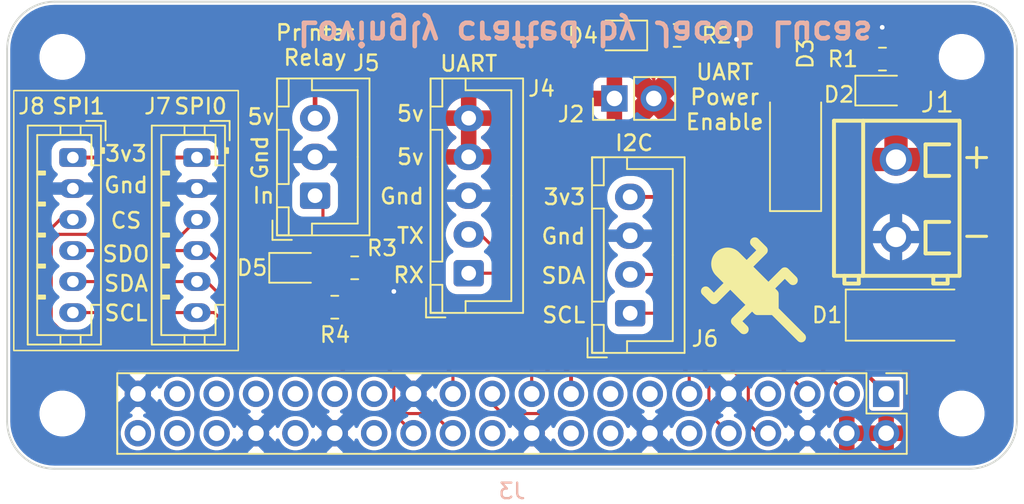
<source format=kicad_pcb>
(kicad_pcb (version 20241229) (generator "pcbnew") (generator_version "9.0")
  (layers (0 "F.Cu" signal) (2 "B.Cu" signal) (13 "F.Paste" user) (15 "B.Paste" user) (5 "F.SilkS" user "F.Silkscreen") (7 "B.SilkS" user "B.Silkscreen") (1 "F.Mask" user) (3 "B.Mask" user) (25 "Edge.Cuts" user))
  (net 0 "")
  (net 1 "+5V")
  (net 2 "Net-(D1-A)")
  (net 3 "/SPI_MOSI")
  (net 4 "GND")
  (net 5 "/UART_TXD")
  (net 6 "/UART_RXD")
  (net 7 "/SPI_SCLK")
  (net 8 "/P_RELAY")
  (net 9 "/SPI_MISO")
  (net 10 "+3V3")
  (net 11 "Net-(J2-Pin_1)")
  (net 12 "Net-(D4-K)")
  (net 13 "Net-(D5-K)")
  (net 14 "Net-(D2-K)")
  (net 15 "Net-(D3-A)")
  (net 19 "/SPI_CS1")
  (net 20 "/I2C_SDA")
  (net 28 "/I2C_SCL")
  (net 36 "/SPI_CS0")
  (net 38 "Net-(J5-Pin_1)")
  (footprint "Diode_SMD:D_SMA_Handsoldering" (layer "F.Cu") (at 111.125 45.72)
    (property "Reference" "D1" (at -5.715 0 0) (layer "F.SilkS"))
    (property "Value" "B340A-13-F" (hide yes))
    (pad "1" smd roundrect (at -2.5 0) (size 3.5 1.8) (layers "F.Cu" "F.Mask" "F.Paste") (roundrect_rratio 0.1388888889) (net 1 "+5V"))
    (pad "2" smd roundrect (at 2.5 0) (size 3.5 1.8) (layers "F.Cu" "F.Mask" "F.Paste") (roundrect_rratio 0.1388888889) (net 2 "Net-(D1-A)"))
  )
  (footprint "Connector_JST:JST_XH_B3B-XH-A_1x03_P2.50mm_Vertical" (layer "F.Cu") (at 72.39 38.02 90)
    (property "Reference" "J5" (at 8.556 3.302 180) (layer "F.SilkS"))
    (property "Value" "printerRelay" (hide yes))
    (pad "1" thru_hole roundrect (at 0 0 90) (size 1.7 1.95) (drill 0.95) (layers "*.Cu" "*.Mask") (roundrect_rratio 0.147059) (net 38 "Net-(J5-Pin_1)"))
    (pad "2" thru_hole oval (at 2.5 0 90) (size 1.7 1.95) (drill 0.95) (layers "*.Cu" "*.Mask") (net 4 "GND"))
    (pad "3" thru_hole oval (at 5 0 90) (size 1.7 1.95) (drill 0.95) (layers "*.Cu" "*.Mask") (net 1 "+5V"))
  )
  (footprint "Resistor_SMD:R_0805_2012Metric_Pad1.20x1.40mm_HandSolder" (layer "F.Cu") (at 74.946 42.672)
    (property "Reference" "R3" (at 1.762 -1.27 180) (layer "F.SilkS"))
    (property "Value" "1K" (hide yes))
    (pad "1" smd roundrect (at -1 0) (size 1.2 1.4) (layers "F.Cu" "F.Mask" "F.Paste") (roundrect_rratio 0.208333) (net 38 "Net-(J5-Pin_1)"))
    (pad "2" smd roundrect (at 1 0) (size 1.2 1.4) (layers "F.Cu" "F.Mask" "F.Paste") (roundrect_rratio 0.208333) (net 8 "/P_RELAY"))
  )
  (footprint "Connector_JST:JST_XH_B4B-XH-A_1x04_P2.50mm_Vertical" (layer "F.Cu") (at 92.71 45.6 90)
    (property "Reference" "J6" (at -1.644 4.826 0) (layer "F.SilkS"))
    (property "Value" "i2c" (hide yes))
    (pad "1" thru_hole roundrect (at 0 0 90) (size 1.7 1.95) (drill 0.95) (layers "*.Cu" "*.Mask") (roundrect_rratio 0.147059) (net 28 "/I2C_SCL"))
    (pad "2" thru_hole oval (at 2.5 0 90) (size 1.7 1.95) (drill 0.95) (layers "*.Cu" "*.Mask") (net 20 "/I2C_SDA"))
    (pad "3" thru_hole oval (at 5 0 90) (size 1.7 1.95) (drill 0.95) (layers "*.Cu" "*.Mask") (net 4 "GND"))
    (pad "4" thru_hole oval (at 7.5 0 90) (size 1.7 1.95) (drill 0.95) (layers "*.Cu" "*.Mask") (net 10 "+3V3"))
  )
  (footprint "Connector_PinHeader_2.54mm:PinHeader_1x02_P2.54mm_Vertical" (layer "F.Cu") (at 91.694 31.75 90)
    (property "Reference" "J2" (at -1.016 -2.794 180) (layer "F.SilkS"))
    (property "Value" "uartPower" (hide yes))
    (pad "1" thru_hole rect (at 0 0 90) (size 1.7 1.7) (drill 1) (layers "*.Cu" "*.Mask") (net 11 "Net-(J2-Pin_1)"))
    (pad "2" thru_hole circle (at 0 2.54 90) (size 1.7 1.7) (drill 1) (layers "*.Cu" "*.Mask") (net 15 "Net-(D3-A)"))
  )
  (footprint "Connector_JST:JST_XH_B5B-XH-A_1x05_P2.50mm_Vertical" (layer "F.Cu") (at 82.296 43.02 90)
    (property "Reference" "J4" (at 11.905 4.699 180) (layer "F.SilkS"))
    (property "Value" "UART" (hide yes))
    (pad "1" thru_hole roundrect (at 0 0 90) (size 1.7 1.95) (drill 0.95) (layers "*.Cu" "*.Mask") (roundrect_rratio 0.147059) (net 6 "/UART_RXD"))
    (pad "2" thru_hole oval (at 2.5 0 90) (size 1.7 1.95) (drill 0.95) (layers "*.Cu" "*.Mask") (net 5 "/UART_TXD"))
    (pad "3" thru_hole oval (at 5 0 90) (size 1.7 1.95) (drill 0.95) (layers "*.Cu" "*.Mask") (net 4 "GND"))
    (pad "4" thru_hole oval (at 7.5 0 90) (size 1.7 1.95) (drill 0.95) (layers "*.Cu" "*.Mask") (net 11 "Net-(J2-Pin_1)"))
    (pad "5" thru_hole oval (at 10 0 90) (size 1.7 1.95) (drill 0.95) (layers "*.Cu" "*.Mask") (net 11 "Net-(J2-Pin_1)"))
  )
  (footprint "LED_SMD:LED_0805_2012Metric" (layer "F.Cu") (at 71.12 42.672)
    (property "Reference" "D5" (at -2.794 0 0) (layer "F.SilkS"))
    (property "Value" "Green" (hide yes))
    (pad "1" smd roundrect (at -0.9375 0) (size 0.975 1.4) (layers "F.Cu" "F.Mask" "F.Paste") (net 13 "Net-(D5-K)"))
    (pad "2" smd roundrect (at 0.9375 0) (size 0.975 1.4) (layers "F.Cu" "F.Mask" "F.Paste") (net 8 "/P_RELAY"))
  )
  (footprint "Connector_JST:JST_PH_B6B-PH-K_1x06_P2.00mm_Vertical" (layer "F.Cu") (at 64.77 35.56 -90)
    (property "Reference" "J7" (at -3.302 2.54 0) (layer "F.SilkS"))
    (property "Value" "SPI0" (hide yes))
    (pad "1" thru_hole roundrect (at 0 0 270) (size 1.2 1.75) (drill 0.75) (layers "*.Cu" "*.Mask") (roundrect_rratio 0.208333) (net 10 "+3V3"))
    (pad "2" thru_hole oval (at 2 0 270) (size 1.2 1.75) (drill 0.75) (layers "*.Cu" "*.Mask") (net 4 "GND"))
    (pad "3" thru_hole oval (at 4 0 270) (size 1.2 1.75) (drill 0.75) (layers "*.Cu" "*.Mask") (net 36 "/SPI_CS0"))
    (pad "4" thru_hole oval (at 6 0 270) (size 1.2 1.75) (drill 0.75) (layers "*.Cu" "*.Mask") (net 9 "/SPI_MISO"))
    (pad "5" thru_hole oval (at 8 0 270) (size 1.2 1.75) (drill 0.75) (layers "*.Cu" "*.Mask") (net 3 "/SPI_MOSI"))
    (pad "6" thru_hole oval (at 10 0 270) (size 1.2 1.75) (drill 0.75) (layers "*.Cu" "*.Mask") (net 7 "/SPI_SCLK"))
  )
  (footprint "Resistor_SMD:R_0805_2012Metric_Pad1.20x1.40mm_HandSolder" (layer "F.Cu") (at 95.742 27.686)
    (property "Reference" "R2" (at 2.556 0 0) (layer "F.SilkS"))
    (property "Value" "150R" (hide yes))
    (pad "1" smd roundrect (at -1 0) (size 1.2 1.4) (layers "F.Cu" "F.Mask" "F.Paste") (roundrect_rratio 0.208333) (net 12 "Net-(D4-K)"))
    (pad "2" smd roundrect (at 1 0) (size 1.2 1.4) (layers "F.Cu" "F.Mask" "F.Paste") (roundrect_rratio 0.208333) (net 4 "GND"))
  )
  (footprint "Connector_JST:JST_PH_B6B-PH-K_1x06_P2.00mm_Vertical" (layer "F.Cu") (at 56.769 35.56 -90)
    (property "Reference" "J8" (at -3.302 2.667 0) (layer "F.SilkS"))
    (property "Value" "SPI1" (hide yes))
    (pad "1" thru_hole roundrect (at 0 0 270) (size 1.2 1.75) (drill 0.75) (layers "*.Cu" "*.Mask") (roundrect_rratio 0.208333) (net 10 "+3V3"))
    (pad "2" thru_hole oval (at 2 0 270) (size 1.2 1.75) (drill 0.75) (layers "*.Cu" "*.Mask") (net 4 "GND"))
    (pad "3" thru_hole oval (at 4 0 270) (size 1.2 1.75) (drill 0.75) (layers "*.Cu" "*.Mask") (net 19 "/SPI_CS1"))
    (pad "4" thru_hole oval (at 6 0 270) (size 1.2 1.75) (drill 0.75) (layers "*.Cu" "*.Mask") (net 9 "/SPI_MISO"))
    (pad "5" thru_hole oval (at 8 0 270) (size 1.2 1.75) (drill 0.75) (layers "*.Cu" "*.Mask") (net 3 "/SPI_MOSI"))
    (pad "6" thru_hole oval (at 10 0 270) (size 1.2 1.75) (drill 0.75) (layers "*.Cu" "*.Mask") (net 7 "/SPI_SCLK"))
  )
  (footprint "Resistor_SMD:R_0805_2012Metric_Pad1.20x1.40mm_HandSolder" (layer "F.Cu") (at 73.66 45.212 180)
    (property "Reference" "R4" (at -0.016 -1.778 0) (layer "F.SilkS"))
    (property "Value" "22R" (hide yes))
    (pad "1" smd roundrect (at -1 0 180) (size 1.2 1.4) (layers "F.Cu" "F.Mask" "F.Paste") (roundrect_rratio 0.208333) (net 4 "GND"))
    (pad "2" smd roundrect (at 1 0 180) (size 1.2 1.4) (layers "F.Cu" "F.Mask" "F.Paste") (roundrect_rratio 0.208333) (net 13 "Net-(D5-K)"))
  )
  (footprint "LED_SMD:LED_0805_2012Metric" (layer "F.Cu") (at 108.9175 31.242)
    (property "Reference" "D2" (at -2.7455 0.254 0) (layer "F.SilkS"))
    (property "Value" "Red" (hide yes))
    (pad "1" smd roundrect (at -0.9375 0) (size 0.975 1.4) (layers "F.Cu" "F.Mask" "F.Paste") (net 14 "Net-(D2-K)"))
    (pad "2" smd roundrect (at 0.9375 0) (size 0.975 1.4) (layers "F.Cu" "F.Mask" "F.Paste") (net 2 "Net-(D1-A)"))
  )
  (footprint "Diode_SMD:D_SMA_Handsoldering" (layer "F.Cu") (at 103.378 34.504 90)
    (property "Reference" "D3" (at 5.6365 0.635 90) (layer "F.SilkS"))
    (property "Value" "B340A-13-F" (hide yes))
    (pad "1" smd roundrect (at -2.5 0 90) (size 3.5 1.8) (layers "F.Cu" "F.Mask" "F.Paste") (roundrect_rratio 0.1388888889) (net 1 "+5V"))
    (pad "2" smd roundrect (at 2.5 0 90) (size 3.5 1.8) (layers "F.Cu" "F.Mask" "F.Paste") (roundrect_rratio 0.1388888889) (net 15 "Net-(D3-A)"))
  )
  (footprint "LED_SMD:LED_0805_2012Metric" (layer "F.Cu") (at 92.1235 27.686 180)
    (property "Reference" "D4" (at 2.4615 0 0) (layer "F.SilkS"))
    (property "Value" "Red" (hide yes))
    (pad "1" smd roundrect (at -0.9375 0 180) (size 0.975 1.4) (layers "F.Cu" "F.Mask" "F.Paste") (net 12 "Net-(D4-K)"))
    (pad "2" smd roundrect (at 0.9375 0 180) (size 0.975 1.4) (layers "F.Cu" "F.Mask" "F.Paste") (net 15 "Net-(D3-A)"))
  )
  (footprint "jacob-libs:TerminalBlock_MAX_MX127-5.0-02P_1x02_P5.00mm" (layer "F.Cu") (at 109.855 38.187 90)
    (property "Reference" "J1" (at 6.183 2.667 180) (layer "F.SilkS") (effects (font (size 1.27 1.27))))
    (property "Value" "powerIn" (hide yes))
    (pad "1" thru_hole oval (at -2.5 0 90) (size 2.1 2.1) (drill 1.3) (layers "*.Cu" "*.Mask") (net 4 "GND"))
    (pad "2" thru_hole oval (at 2.5 0 90) (size 2.1 2.1) (drill 1.3) (layers "*.Cu" "*.Mask") (net 2 "Net-(D1-A)"))
  )
  (footprint "Resistor_SMD:R_0805_2012Metric_Pad1.20x1.40mm_HandSolder" (layer "F.Cu") (at 108.982 29.21)
    (property "Reference" "R1" (at -2.556 0 180) (layer "F.SilkS"))
    (property "Value" "150R" (hide yes))
    (pad "1" smd roundrect (at -1 0) (size 1.2 1.4) (layers "F.Cu" "F.Mask" "F.Paste") (roundrect_rratio 0.208333) (net 14 "Net-(D2-K)"))
    (pad "2" smd roundrect (at 1 0) (size 1.2 1.4) (layers "F.Cu" "F.Mask" "F.Paste") (roundrect_rratio 0.208333) (net 4 "GND"))
  )
  (footprint "jacob-libs:RaspberryPi_Zero_BoardLayout" (layer "B.Cu") (at 109.22 50.8 90)
    (property "Reference" "J3" (at -6.27 -24.13 0) (layer "B.SilkS") (effects (justify mirror)))
    (property "Value" "Raspberry_Pi_2_3" (hide yes))
    (fp_line (start -1.77 -56.69) (end 22.23 -56.69) (stroke (width 0.12)) (layer "Edge.Cuts"))
    (fp_line (start 25.29 -53.63) (end 25.29 5.37) (stroke (width 0.12)) (layer "Edge.Cuts"))
    (fp_line (start -4.83 -53.63) (end -4.83 5.37) (stroke (width 0.12)) (layer "Edge.Cuts"))
    (fp_line (start -1.77 8.43) (end 22.23 8.43) (stroke (width 0.12)) (layer "Edge.Cuts"))
    (fp_arc (start 22.23 -56.69) (mid 24.393747 -55.793747) (end 25.29 -53.63) (stroke (width 0.12)) (layer "Edge.Cuts"))
    (fp_arc (start -4.83 -53.63) (mid -3.933747 -55.793747) (end -1.77 -56.69) (stroke (width 0.12)) (layer "Edge.Cuts"))
    (fp_arc (start 25.29 5.37) (mid 24.393747 7.533747) (end 22.23 8.43) (stroke (width 0.12)) (layer "Edge.Cuts"))
    (fp_arc (start -1.77 8.43) (mid -3.933747 7.533747) (end -4.83 5.37) (stroke (width 0.12)) (layer "Edge.Cuts"))
    (pad "" np_thru_hole circle (at -1.27 -53.13) (size 2.75 2.75) (drill 2.75) (layers "*.Cu" "*.Mask"))
    (pad "" np_thru_hole circle (at -1.27 4.87) (size 2.75 2.75) (drill 2.75) (layers "*.Cu" "*.Mask"))
    (pad "" np_thru_hole circle (at 21.73 -53.13) (size 2.75 2.75) (drill 2.75) (layers "*.Cu" "*.Mask"))
    (pad "" np_thru_hole circle (at 21.73 4.87) (size 2.75 2.75) (drill 2.75) (layers "*.Cu" "*.Mask"))
    (pad "1" thru_hole rect (at 0 0 90) (size 1.7 1.7) (drill 1) (layers "*.Cu" "*.Mask") (net 10 "+3V3"))
    (pad "2" thru_hole oval (at -2.54 0 90) (size 1.7 1.7) (drill 1) (layers "*.Cu" "*.Mask") (net 1 "+5V"))
    (pad "3" thru_hole oval (at 0 -2.54 90) (size 1.7 1.7) (drill 1) (layers "*.Cu" "*.Mask") (net 20 "/I2C_SDA"))
    (pad "4" thru_hole oval (at -2.54 -2.54 90) (size 1.7 1.7) (drill 1) (layers "*.Cu" "*.Mask") (net 1 "+5V"))
    (pad "5" thru_hole oval (at 0 -5.08 90) (size 1.7 1.7) (drill 1) (layers "*.Cu" "*.Mask") (net 28 "/I2C_SCL"))
    (pad "6" thru_hole oval (at -2.54 -5.08 90) (size 1.7 1.7) (drill 1) (layers "*.Cu" "*.Mask") (net 4 "GND"))
    (pad "7" thru_hole oval (at 0 -7.62 90) (size 1.7 1.7) (drill 1) (layers "*.Cu" "*.Mask"))
    (pad "8" thru_hole oval (at -2.54 -7.62 90) (size 1.7 1.7) (drill 1) (layers "*.Cu" "*.Mask") (net 5 "/UART_TXD"))
    (pad "9" thru_hole oval (at 0 -10.16 90) (size 1.7 1.7) (drill 1) (layers "*.Cu" "*.Mask") (net 4 "GND"))
    (pad "10" thru_hole oval (at -2.54 -10.16 90) (size 1.7 1.7) (drill 1) (layers "*.Cu" "*.Mask") (net 6 "/UART_RXD"))
    (pad "11" thru_hole oval (at 0 -12.7 90) (size 1.7 1.7) (drill 1) (layers "*.Cu" "*.Mask") (net 8 "/P_RELAY"))
    (pad "12" thru_hole oval (at -2.54 -12.7 90) (size 1.7 1.7) (drill 1) (layers "*.Cu" "*.Mask"))
    (pad "13" thru_hole oval (at 0 -15.24 90) (size 1.7 1.7) (drill 1) (layers "*.Cu" "*.Mask"))
    (pad "14" thru_hole oval (at -2.54 -15.24 90) (size 1.7 1.7) (drill 1) (layers "*.Cu" "*.Mask") (net 4 "GND"))
    (pad "15" thru_hole oval (at 0 -17.78 90) (size 1.7 1.7) (drill 1) (layers "*.Cu" "*.Mask"))
    (pad "16" thru_hole oval (at -2.54 -17.78 90) (size 1.7 1.7) (drill 1) (layers "*.Cu" "*.Mask"))
    (pad "17" thru_hole oval (at 0 -20.32 90) (size 1.7 1.7) (drill 1) (layers "*.Cu" "*.Mask") (net 10 "+3V3"))
    (pad "18" thru_hole oval (at -2.54 -20.32 90) (size 1.7 1.7) (drill 1) (layers "*.Cu" "*.Mask"))
    (pad "19" thru_hole oval (at 0 -22.86 90) (size 1.7 1.7) (drill 1) (layers "*.Cu" "*.Mask") (net 3 "/SPI_MOSI"))
    (pad "20" thru_hole oval (at -2.54 -22.86 90) (size 1.7 1.7) (drill 1) (layers "*.Cu" "*.Mask") (net 4 "GND"))
    (pad "21" thru_hole oval (at 0 -25.4 90) (size 1.7 1.7) (drill 1) (layers "*.Cu" "*.Mask") (net 9 "/SPI_MISO"))
    (pad "22" thru_hole oval (at -2.54 -25.4 90) (size 1.7 1.7) (drill 1) (layers "*.Cu" "*.Mask"))
    (pad "23" thru_hole oval (at 0 -27.94 90) (size 1.7 1.7) (drill 1) (layers "*.Cu" "*.Mask") (net 7 "/SPI_SCLK"))
    (pad "24" thru_hole oval (at -2.54 -27.94 90) (size 1.7 1.7) (drill 1) (layers "*.Cu" "*.Mask") (net 36 "/SPI_CS0"))
    (pad "25" thru_hole oval (at 0 -30.48 90) (size 1.7 1.7) (drill 1) (layers "*.Cu" "*.Mask") (net 4 "GND"))
    (pad "26" thru_hole oval (at -2.54 -30.48 90) (size 1.7 1.7) (drill 1) (layers "*.Cu" "*.Mask") (net 19 "/SPI_CS1"))
    (pad "27" thru_hole oval (at 0 -33.02 90) (size 1.7 1.7) (drill 1) (layers "*.Cu" "*.Mask"))
    (pad "28" thru_hole oval (at -2.54 -33.02 90) (size 1.7 1.7) (drill 1) (layers "*.Cu" "*.Mask"))
    (pad "29" thru_hole oval (at 0 -35.56 90) (size 1.7 1.7) (drill 1) (layers "*.Cu" "*.Mask"))
    (pad "30" thru_hole oval (at -2.54 -35.56 90) (size 1.7 1.7) (drill 1) (layers "*.Cu" "*.Mask") (net 4 "GND"))
    (pad "31" thru_hole oval (at 0 -38.1 90) (size 1.7 1.7) (drill 1) (layers "*.Cu" "*.Mask"))
    (pad "32" thru_hole oval (at -2.54 -38.1 90) (size 1.7 1.7) (drill 1) (layers "*.Cu" "*.Mask"))
    (pad "33" thru_hole oval (at 0 -40.64 90) (size 1.7 1.7) (drill 1) (layers "*.Cu" "*.Mask"))
    (pad "34" thru_hole oval (at -2.54 -40.64 90) (size 1.7 1.7) (drill 1) (layers "*.Cu" "*.Mask") (net 4 "GND"))
    (pad "35" thru_hole oval (at 0 -43.18 90) (size 1.7 1.7) (drill 1) (layers "*.Cu" "*.Mask"))
    (pad "36" thru_hole oval (at -2.54 -43.18 90) (size 1.7 1.7) (drill 1) (layers "*.Cu" "*.Mask"))
    (pad "37" thru_hole oval (at 0 -45.72 90) (size 1.7 1.7) (drill 1) (layers "*.Cu" "*.Mask"))
    (pad "38" thru_hole oval (at -2.54 -45.72 90) (size 1.7 1.7) (drill 1) (layers "*.Cu" "*.Mask"))
    (pad "39" thru_hole oval (at 0 -48.26 90) (size 1.7 1.7) (drill 1) (layers "*.Cu" "*.Mask") (net 4 "GND"))
    (pad "40" thru_hole oval (at -2.54 -48.26 90) (size 1.7 1.7) (drill 1) (layers "*.Cu" "*.Mask"))
  )
  (gr_line (start 115.692 35.56) (end 114.422 35.56) (stroke (width 0.2)) (layer "F.SilkS"))
  (gr_line (start 115.057 34.925) (end 115.057 36.195) (stroke (width 0.2)) (layer "F.SilkS"))
  (gr_rect (start 52.959 31.242) (end 67.437 48.006) (stroke (width 0.1)) (fill no) (layer "F.SilkS"))
  (gr_line (start 115.692 40.64) (end 114.422 40.64) (stroke (width 0.2)) (layer "F.SilkS"))
  (gr_poly (pts (xy 100.735203 40.706355) (xy 100.720462 40.707411) (xy 100.705775 40.709172) (xy 100.69117 40.711637) (xy 100.676674 40.714807) (xy 100.662316 40.718681) (xy 100.648123 40.723259) (xy 100.63412 40.728543) (xy 100.620337 40.73453) (xy 100.606799 40.741223) (xy 100.593536 40.74862) (xy 100.580573 40.756721) (xy 100.567939 40.765527) (xy 100.555661 40.775038) (xy 100.543766 40.785253) (xy 100.532281 40.796173) (xy 100.521361 40.807661) (xy 100.511146 40.81956) (xy 100.501635 40.831841) (xy 100.492829 40.844478) (xy 100.484728 40.857443) (xy 100.477331 40.870708) (xy 100.470639 40.884247) (xy 100.464651 40.898033) (xy 100.459368 40.912037) (xy 100.454789 40.926232) (xy 100.450915 40.940591) (xy 100.447745 40.955087) (xy 100.44528 40.969693) (xy 100.443519 40.98438) (xy 100.442463 40.999122) (xy 100.442111 41.013891) (xy 100.442464 41.02866) (xy 100.443521 41.043402) (xy 100.445283 41.058089) (xy 100.447749 41.072694) (xy 100.450919 41.08719) (xy 100.454794 41.101548) (xy 100.459373 41.115743) (xy 100.464657 41.129746) (xy 100.470645 41.14353) (xy 100.477337 41.157068) (xy 100.484733 41.170333) (xy 100.492834 41.183296) (xy 100.50164 41.195931) (xy 100.511149 41.208211) (xy 100.521363 41.220108) (xy 100.532281 41.231594) (xy 100.842354 41.541627) (xy 100.222186 42.161837) (xy 99.73615 41.675841) (xy 99.698058 41.639557) (xy 99.658499 41.605399) (xy 99.617545 41.573397) (xy 99.575266 41.543581) (xy 99.531734 41.515979) (xy 99.487021 41.490623) (xy 99.441199 41.467541) (xy 99.394339 41.446762) (xy 99.346512 41.428317) (xy 99.29779 41.412235) (xy 99.248245 41.398546) (xy 99.197949 41.387278) (xy 99.146972 41.378462) (xy 99.095386 41.372127) (xy 99.043263 41.368303) (xy 98.990675 41.367019) (xy 98.938083 41.368303) (xy 98.885956 41.372126) (xy 98.834367 41.37846) (xy 98.783386 41.387275) (xy 98.733086 41.398541) (xy 98.683538 41.41223) (xy 98.634813 41.428311) (xy 98.586983 41.446755) (xy 98.54012 41.467532) (xy 98.494295 41.490614) (xy 98.44958 41.51597) (xy 98.406047 41.543572) (xy 98.363767 41.573389) (xy 98.322811 41.605393) (xy 98.283251 41.639553) (xy 98.245159 41.675841) (xy 98.207827 41.715119) (xy 98.172903 41.755813) (xy 98.140388 41.797829) (xy 98.110281 41.841071) (xy 98.082583 41.885446) (xy 98.057293 41.93086) (xy 98.034412 41.977217) (xy 98.013939 42.024424) (xy 97.995875 42.072386) (xy 97.980219 42.121008) (xy 97.966972 42.170197) (xy 97.956134 42.219858) (xy 97.947704 42.269896) (xy 97.941683 42.320217) (xy 97.93807 42.370727) (xy 97.936866 42.421332) (xy 97.93807 42.471936) (xy 97.941683 42.522445) (xy 97.947704 42.572766) (xy 97.956134 42.622803) (xy 97.966972 42.672463) (xy 97.980219 42.72165) (xy 97.995875 42.770271) (xy 98.013939 42.818232) (xy 98.034412 42.865436) (xy 98.057293 42.911791) (xy 98.082583 42.957202) (xy 98.110281 43.001575) (xy 98.140388 43.044814) (xy 98.172903 43.086826) (xy 98.207827 43.127517) (xy 98.245159 43.166791) (xy 98.731196 43.652807) (xy 98.111028 44.273015) (xy 97.800912 43.962943) (xy 97.789426 43.952021) (xy 97.777529 43.941804) (xy 97.765249 43.932291) (xy 97.752613 43.923483) (xy 97.73965 43.91538) (xy 97.726385 43.907981) (xy 97.712846 43.901287) (xy 97.699062 43.895298) (xy 97.685058 43.890013) (xy 97.670863 43.885432) (xy 97.656504 43.881557) (xy 97.642008 43.878386) (xy 97.627403 43.875919) (xy 97.612716 43.874157) (xy 97.597974 43.8731) (xy 97.583204 43.872747) (xy 97.568435 43.873099) (xy 97.553693 43.874155) (xy 97.539006 43.875916) (xy 97.524401 43.878382) (xy 97.509906 43.881552) (xy 97.495548 43.885426) (xy 97.481353 43.890005) (xy 97.467351 43.895289) (xy 97.453567 43.901277) (xy 97.44003 43.90797) (xy 97.426766 43.915367) (xy 97.413804 43.923469) (xy 97.401169 43.932276) (xy 97.388891 43.941787) (xy 97.376996 43.952002) (xy 97.365511 43.962922) (xy 97.35459 43.974408) (xy 97.344372 43.986305) (xy 97.33486 43.998584) (xy 97.326052 44.011219) (xy 97.317949 44.024182) (xy 97.31055 44.037446) (xy 97.303857 44.050983) (xy 97.297867 44.064767) (xy 97.292583 44.078769) (xy 97.288003 44.092961) (xy 97.284128 44.107319) (xy 97.280958 44.121813) (xy 97.278492 44.136417) (xy 97.276731 44.151103) (xy 97.275675 44.165843) (xy 97.275324 44.180611) (xy 97.275677 44.195379) (xy 97.276735 44.210119) (xy 97.278498 44.224805) (xy 97.280966 44.239409) (xy 97.284138 44.253903) (xy 97.288015 44.268261) (xy 97.292597 44.282454) (xy 97.297884 44.296457) (xy 97.303876 44.31024) (xy 97.310572 44.323777) (xy 97.317974 44.337041) (xy 97.32608 44.350004) (xy 97.334891 44.362639) (xy 97.344406 44.374918) (xy 97.354627 44.386815) (xy 97.365552 44.398301) (xy 97.893357 44.926106) (xy 97.904417 44.936634) (xy 97.915933 44.946558) (xy 97.927883 44.955869) (xy 97.940239 44.964556) (xy 97.952977 44.972608) (xy 97.966072 44.980015) (xy 97.979498 44.986766) (xy 97.99323 44.992852) (xy 98.007243 44.99826) (xy 98.021511 45.002982) (xy 98.036009 45.007006) (xy 98.050712 45.010321) (xy 98.065595 45.012919) (xy 98.080632 45.014787) (xy 98.095798 45.015915) (xy 98.111068 45.016294) (xy 98.12633 45.015922) (xy 98.141489 45.014799) (xy 98.15652 45.012934) (xy 98.171397 45.010339) (xy 98.186095 45.007024) (xy 98.200589 45.003) (xy 98.214853 44.998277) (xy 98.228862 44.992867) (xy 98.242592 44.98678) (xy 98.256016 44.980026) (xy 98.26911 44.972616) (xy 98.281848 44.964562) (xy 98.294205 44.955873) (xy 98.306156 44.94656) (xy 98.317675 44.936634) (xy 98.328738 44.926106) (xy 99.166617 44.088228) (xy 100.138669 45.06028) (xy 99.30079 45.898159) (xy 99.289875 45.909647) (xy 99.279665 45.921546) (xy 99.270158 45.933827) (xy 99.261355 45.946463) (xy 99.253256 45.959428) (xy 99.245861 45.972693) (xy 99.23917 45.986231) (xy 99.233183 46.000016) (xy 99.2279 46.014019) (xy 99.223321 46.028213) (xy 99.219446 46.042572) (xy 99.216276 46.057067) (xy 99.213809 46.071671) (xy 99.212047 46.086358) (xy 99.210989 46.101099) (xy 99.210636 46.115867) (xy 99.210986 46.130635) (xy 99.212042 46.145376) (xy 99.213801 46.160062) (xy 99.216265 46.174666) (xy 99.219433 46.189161) (xy 99.223306 46.203519) (xy 99.227884 46.217713) (xy 99.233166 46.231715) (xy 99.239152 46.245498) (xy 99.245843 46.259036) (xy 99.253239 46.2723) (xy 99.26134 46.285263) (xy 99.270145 46.297898) (xy 99.279655 46.310177) (xy 99.28987 46.322074) (xy 99.30079 46.33356) (xy 99.828534 46.861365) (xy 99.840024 46.872285) (xy 99.851924 46.882501) (xy 99.864206 46.892012) (xy 99.876844 46.900819) (xy 99.88981 46.908922) (xy 99.903076 46.91632) (xy 99.916615 46.923014) (xy 99.9304 46.929004) (xy 99.944403 46.934288) (xy 99.958598 46.938869) (xy 99.972956 46.942744) (xy 99.987451 46.945915) (xy 100.002054 46.948382) (xy 100.016739 46.950144) (xy 100.031478 46.951201) (xy 100.046244 46.951553) (xy 100.06101 46.951201) (xy 100.075749 46.950145) (xy 100.090433 46.948384) (xy 100.105035 46.945919) (xy 100.119528 46.942749) (xy 100.133884 46.938875) (xy 100.148077 46.934297) (xy 100.162078 46.929014) (xy 100.175861 46.923026) (xy 100.189399 46.916334) (xy 100.202663 46.908938) (xy 100.215627 46.900837) (xy 100.228264 46.892031) (xy 100.240545 46.882521) (xy 100.252445 46.872306) (xy 100.263935 46.861386) (xy 100.274853 46.849899) (xy 100.285067 46.838003) (xy 100.294577 46.825723) (xy 100.303382 46.813087) (xy 100.311484 46.800123) (xy 100.318881 46.786858) (xy 100.325574 46.77332) (xy 100.331562 46.759535) (xy 100.336847 46.745532) (xy 100.341427 46.731337) (xy 100.345303 46.716977) (xy 100.348474 46.702482) (xy 100.350941 46.687876) (xy 100.352704 46.673189) (xy 100.353763 46.658447) (xy 100.354117 46.643678) (xy 100.353767 46.628908) (xy 100.352712 46.614167) (xy 100.350953 46.59948) (xy 100.348489 46.584875) (xy 100.345321 46.570379) (xy 100.341449 46.556021) (xy 100.336872 46.541827) (xy 100.331591 46.527824) (xy 100.325605 46.51404) (xy 100.318914 46.500503) (xy 100.311519 46.487239) (xy 100.30342 46.474277) (xy 100.294615 46.461643) (xy 100.285107 46.449365) (xy 100.274893 46.437469) (xy 100.263975 46.425985) (xy 99.953881 46.11589) (xy 100.57407 45.495701) (xy 100.708201 45.629833) (xy 100.719261 45.640361) (xy 100.730777 45.650285) (xy 100.742727 45.659595) (xy 100.755083 45.66828) (xy 100.767821 45.676331) (xy 100.780915 45.683737) (xy 100.794341 45.690487) (xy 100.808072 45.696571) (xy 100.822083 45.701979) (xy 100.83635 45.7067) (xy 100.850847 45.710723) (xy 100.865548 45.71404) (xy 100.880428 45.716638) (xy 100.895463 45.718508) (xy 100.910626 45.719639) (xy 100.925892 45.720021) (xy 101.854 45.72) (xy 103.523067 47.38915) (xy 103.53455 47.40007) (xy 103.546444 47.410285) (xy 103.558723 47.419795) (xy 103.571357 47.428601) (xy 103.58432 47.436702) (xy 103.597585 47.444099) (xy 103.611123 47.45079) (xy 103.624908 47.456778) (xy 103.638911 47.462061) (xy 103.653106 47.466639) (xy 103.667465 47.470513) (xy 103.681961 47.473682) (xy 103.696565 47.476148) (xy 103.711251 47.477908) (xy 103.725991 47.478965) (xy 103.740757 47.479317) (xy 103.755527 47.478965) (xy 103.77027 47.477908) (xy 103.784958 47.476148) (xy 103.799565 47.473683) (xy 103.814062 47.470514) (xy 103.828422 47.46664) (xy 103.842618 47.462062) (xy 103.856622 47.45678) (xy 103.870406 47.450794) (xy 103.883944 47.444103) (xy 103.897207 47.436709) (xy 103.910169 47.428609) (xy 103.922801 47.419806) (xy 103.935077 47.410298) (xy 103.946968 47.400086) (xy 103.958447 47.38917) (xy 103.969369 47.377681) (xy 103.979586 47.365783) (xy 103.989099 47.353501) (xy 103.997907 47.340865) (xy 104.00601 47.3279) (xy 104.013409 47.314634) (xy 104.020103 47.301095) (xy 104.026092 47.28731) (xy 104.031377 47.273306) (xy 104.035957 47.259111) (xy 104.039832 47.244751) (xy 104.043003 47.230255) (xy 104.045469 47.21565) (xy 104.047231 47.200963) (xy 104.048288 47.186221) (xy 104.04864 47.171451) (xy 104.048288 47.156682) (xy 104.047231 47.14194) (xy 104.045469 47.127253) (xy 104.043003 47.112648) (xy 104.039832 47.098153) (xy 104.035957 47.083794) (xy 104.031377 47.0696) (xy 104.026092 47.055597) (xy 104.020103 47.041813) (xy 104.013409 47.028275) (xy 104.00601 47.01501) (xy 103.997907 47.002047) (xy 103.989099 46.989411) (xy 103.979586 46.977132) (xy 103.969369 46.965235) (xy 103.958447 46.953749) (xy 102.289359 45.28464) (xy 102.289359 44.356594) (xy 102.288985 44.341328) (xy 102.287859 44.326166) (xy 102.285994 44.311133) (xy 102.283399 44.296253) (xy 102.280084 44.281554) (xy 102.276062 44.267058) (xy 102.271341 44.252793) (xy 102.265933 44.238782) (xy 102.259847 44.225051) (xy 102.253095 44.211626) (xy 102.245687 44.198532) (xy 102.237633 44.185794) (xy 102.228944 44.173436) (xy 102.219631 44.161486) (xy 102.209703 44.149966) (xy 102.199172 44.138904) (xy 102.065019 44.004731) (xy 102.685208 43.384522) (xy 102.995282 43.694617) (xy 103.006769 43.705538) (xy 103.018666 43.715755) (xy 103.030946 43.725267) (xy 103.043581 43.734075) (xy 103.056545 43.742178) (xy 103.06981 43.749576) (xy 103.083348 43.756269) (xy 103.097133 43.762258) (xy 103.111137 43.767542) (xy 103.125332 43.772122) (xy 103.139691 43.775997) (xy 103.154187 43.779167) (xy 103.168792 43.781632) (xy 103.183479 43.783393) (xy 103.198221 43.78445) (xy 103.21299 43.784802) (xy 103.22776 43.784449) (xy 103.242501 43.783392) (xy 103.257188 43.78163) (xy 103.271793 43.779163) (xy 103.286289 43.775992) (xy 103.300647 43.772117) (xy 103.314841 43.767537) (xy 103.328844 43.762252) (xy 103.342627 43.756264) (xy 103.356165 43.74957) (xy 103.369428 43.742172) (xy 103.382391 43.73407) (xy 103.395025 43.725263) (xy 103.407303 43.715752) (xy 103.419198 43.705536) (xy 103.430683 43.694617) (xy 103.441603 43.68313) (xy 103.451818 43.671233) (xy 103.461329 43.658954) (xy 103.470136 43.646318) (xy 103.478238 43.633355) (xy 103.485635 43.620091) (xy 103.492328 43.606553) (xy 103.498316 43.592769) (xy 103.5036 43.578766) (xy 103.508179 43.564571) (xy 103.512054 43.550213) (xy 103.515224 43.535718) (xy 103.51769 43.521113) (xy 103.519451 43.506426) (xy 103.520508 43.491685) (xy 103.52086 43.476916) (xy 103.520508 43.462147) (xy 103.519451 43.447406) (xy 103.51769 43.432719) (xy 103.515224 43.418115) (xy 103.512054 43.403619) (xy 103.508179 43.389261) (xy 103.5036 43.375067) (xy 103.498316 43.361064) (xy 103.492328 43.34728) (xy 103.485635 43.333742) (xy 103.478238 43.320477) (xy 103.470136 43.307514) (xy 103.461329 43.294879) (xy 103.451818 43.282599) (xy 103.441603 43.270702) (xy 103.430683 43.259216) (xy 102.902878 42.731411) (xy 102.891819 42.720883) (xy 102.880303 42.710958) (xy 102.868355 42.701648) (xy 102.856 42.692961) (xy 102.843263 42.684909) (xy 102.830171 42.677502) (xy 102.816747 42.67075) (xy 102.803018 42.664665) (xy 102.789008 42.659257) (xy 102.774743 42.654535) (xy 102.760248 42.650511) (xy 102.745548 42.647195) (xy 102.730669 42.644598) (xy 102.715636 42.64273) (xy 102.700474 42.641601) (xy 102.685208 42.641223) (xy 102.669942 42.641605) (xy 102.654779 42.642736) (xy 102.639745 42.644606) (xy 102.624864 42.647204) (xy 102.610163 42.65052) (xy 102.595666 42.654544) (xy 102.581398 42.659265) (xy 102.567386 42.664673) (xy 102.553654 42.670757) (xy 102.540227 42.677507) (xy 102.527131 42.684913) (xy 102.514391 42.692964) (xy 102.502032 42.701649) (xy 102.49008 42.710959) (xy 102.47856 42.720883) (xy 102.467498 42.731411) (xy 101.629598 43.56929) (xy 100.657587 42.597237) (xy 101.495466 41.759338) (xy 101.505993 41.748275) (xy 101.515917 41.736756) (xy 101.525227 41.724805) (xy 101.533912 41.712448) (xy 101.541963 41.699709) (xy 101.549368 41.686615) (xy 101.556117 41.67319) (xy 101.562201 41.65946) (xy 101.567607 41.645449) (xy 101.572327 41.631183) (xy 101.576349 41.616688) (xy 101.579664 41.601988) (xy 101.582259 41.587109) (xy 101.584127 41.572076) (xy 101.585255 41.556913) (xy 101.585633 41.541648) (xy 101.585255 41.526374) (xy 101.584127 41.511206) (xy 101.58226 41.496167) (xy 101.579664 41.481283) (xy 101.57635 41.466579) (xy 101.572328 41.452081) (xy 101.567609 41.437812) (xy 101.562203 41.4238) (xy 101.556121 41.410068) (xy 101.549373 41.396641) (xy 101.541969 41.383546) (xy 101.533921 41.370807) (xy 101.525238 41.35845) (xy 101.51593 41.346498) (xy 101.50601 41.334979) (xy 101.495486 41.323916) (xy 100.967681 40.796173) (xy 100.956194 40.785255) (xy 100.944297 40.775041) (xy 100.932017 40.765531) (xy 100.919382 40.756726) (xy 100.906418 40.748625) (xy 100.893153 40.741229) (xy 100.879615 40.734536) (xy 100.86583 40.728548) (xy 100.851826 40.723265) (xy 100.837631 40.718686) (xy 100.823272 40.714811) (xy 100.808776 40.711641) (xy 100.794171 40.709175) (xy 100.779484 40.707413) (xy 100.764742 40.706356) (xy 100.749973 40.706003)) (fill yes) (layer "F.SilkS"))
  (gr_text "In\n" (at 69.862 38.013 0) (layer "F.SilkS") (effects (font (size 1 1) (thickness 0.16)) (justify right)))
  (gr_text "SDO" (at 60.198 41.783 0) (layer "F.SilkS") (effects (font (size 1 1) (thickness 0.16))))
  (gr_text "3v3" (at 89.916 38.1 0) (layer "F.SilkS") (effects (font (size 1 1) (thickness 0.16)) (justify right)))
  (gr_text "RX" (at 79.502 43.14 0) (layer "F.SilkS") (effects (font (size 1 1) (thickness 0.16)) (justify right)))
  (gr_text "5v" (at 79.502 35.52 0) (layer "F.SilkS") (effects (font (size 1 1) (thickness 0.16)) (justify right)))
  (gr_text "SDA" (at 89.916 43.18 0) (layer "F.SilkS") (effects (font (size 1 1) (thickness 0.16)) (justify right)))
  (gr_text "SDA" (at 60.198 43.688 0) (layer "F.SilkS") (effects (font (size 1 1) (thickness 0.16))))
  (gr_text "SPI1" (at 58.928 32.258 0) (layer "F.SilkS") (effects (font (size 1 1) (thickness 0.16)) (justify right)))
  (gr_text "SPI0" (at 66.802 32.258 0) (layer "F.SilkS") (effects (font (size 1 1) (thickness 0.16)) (justify right)))
  (gr_text "SCL" (at 89.916 45.72 0) (layer "F.SilkS") (effects (font (size 1 1) (thickness 0.16)) (justify right)))
  (gr_text "I2C" (at 92.964 34.036 0) (layer "F.SilkS") (effects (font (size 1 1) (thickness 0.16)) (justify top)))
  (gr_text "Gnd" (at 68.834 35.56 90) (layer "F.SilkS") (effects (font (size 1 1) (thickness 0.16))))
  (gr_text "Gnd" (at 60.198 37.338 0) (layer "F.SilkS") (effects (font (size 1 1) (thickness 0.16))))
  (gr_text "Gnd" (at 89.916 40.64 0) (layer "F.SilkS") (effects (font (size 1 1) (thickness 0.16)) (justify right)))
  (gr_text "5v" (at 79.502 32.726 0) (layer "F.SilkS") (effects (font (size 1 1) (thickness 0.16)) (justify right)))
  (gr_text "Printer\nRelay" (at 72.39 26.924 0) (layer "F.SilkS") (effects (font (size 1 1) (thickness 0.16)) (justify top)))
  (gr_text "UART\nPower\nEnable" (at 98.806 29.464 0) (layer "F.SilkS") (effects (font (size 1 1) (thickness 0.16)) (justify top)))
  (gr_text "UART" (at 82.296 28.916 0) (layer "F.SilkS") (effects (font (size 1 1) (thickness 0.16)) (justify top)))
  (gr_text "3v3" (at 60.198 35.306 0) (layer "F.SilkS") (effects (font (size 1 1) (thickness 0.16))))
  (gr_text "SCL" (at 60.198 45.593 0) (layer "F.SilkS") (effects (font (size 1 1) (thickness 0.16))))
  (gr_text "5v" (at 69.862 32.933 0) (layer "F.SilkS") (effects (font (size 1 1) (thickness 0.16)) (justify right)))
  (gr_text "TX" (at 79.502 40.6 0) (layer "F.SilkS") (effects (font (size 1 1) (thickness 0.16)) (justify right)))
  (gr_text "CS" (at 60.198 39.624 0) (layer "F.SilkS") (effects (font (size 1 1) (thickness 0.16))))
  (gr_text "Gnd" (at 79.502 38.06 0) (layer "F.SilkS") (effects (font (size 1 1) (thickness 0.16)) (justify right)))
  (gr_text "Lovingly crafted by Jacob Lucas" (at 71.12 26.67 180) (layer "B.SilkS") (effects (font (size 1.5 1.5) (thickness 0.3) (bold yes)) (justify left bottom mirror)))
  (segment (start 76.454 26.416) (end 103.886 26.416) (width 0.3) (layer "F.Cu") (net 1))
  (segment (start 106.172 28.702) (end 106.172 35.56) (width 0.3) (layer "F.Cu") (net 1))
  (segment (start 72.39 30.48) (end 76.454 26.416) (width 0.3) (layer "F.Cu") (net 1))
  (segment (start 104.728 37.004) (end 103.378 37.004) (width 0.3) (layer "F.Cu") (net 1))
  (segment (start 103.886 26.416) (end 106.172 28.702) (width 0.3) (layer "F.Cu") (net 1))
  (segment (start 72.39 33.02) (end 72.39 30.48) (width 0.3) (layer "F.Cu") (net 1))
  (segment (start 106.172 35.56) (end 104.728 37.004) (width 0.3) (layer "F.Cu") (net 1))
  (segment (start 109.855 31.115) (end 109.855 35.64) (width 0.3) (layer "F.Cu") (net 2))
  (segment (start 86.36 50.8) (end 86.36 49.262209) (width 0.2) (layer "F.Cu") (net 3))
  (segment (start 86.36 49.262209) (end 84.488791 47.391) (width 0.2) (layer "F.Cu") (net 3))
  (segment (start 65.404 43.56) (end 56.769 43.56) (width 0.2) (layer "F.Cu") (net 3))
  (segment (start 69.235 47.391) (end 65.404 43.56) (width 0.2) (layer "F.Cu") (net 3))
  (segment (start 84.488791 47.391) (end 69.235 47.391) (width 0.2) (layer "F.Cu") (net 3))
  (segment (start 74.66 45.212) (end 76.454 45.212) (width 0.3) (layer "F.Cu") (net 4))
  (segment (start 76.454 45.212) (end 77.47 44.196) (width 0.3) (layer "F.Cu") (net 4))
  (segment (start 109.95 29.194) (end 109.95 28.146) (width 0.3) (layer "F.Cu") (net 4))
  (segment (start 96.742 27.686) (end 99.314 27.686) (width 0.3) (layer "F.Cu") (net 4))
  (segment (start 109.95 28.146) (end 108.966 27.162) (width 0.3) (layer "F.Cu") (net 4))
  (segment (start 99.314 27.686) (end 99.568 27.94) (width 0.3) (layer "F.Cu") (net 4))
  (via (at 77.47 44.196) (size 0.8) (drill 0.3) (layers "F.Cu" "B.Cu") (net 4))
  (via (at 99.568 27.94) (size 0.8) (drill 0.3) (layers "F.Cu" "B.Cu") (net 4))
  (via (at 108.966 27.162) (size 0.8) (drill 0.3) (layers "F.Cu" "B.Cu") (net 4))
  (segment (start 100.96 53.34) (end 100.33 52.71) (width 0.2) (layer "F.Cu") (net 5))
  (segment (start 90.765 48.22) (end 83.065 40.52) (width 0.2) (layer "F.Cu") (net 5))
  (segment (start 83.065 40.52) (end 82.296 40.52) (width 0.2) (layer "F.Cu") (net 5))
  (segment (start 100.33 52.71) (end 100.33 50.292) (width 0.2) (layer "F.Cu") (net 5))
  (segment (start 100.33 50.292) (end 98.258 48.22) (width 0.2) (layer "F.Cu") (net 5))
  (segment (start 98.258 48.22) (end 90.765 48.22) (width 0.2) (layer "F.Cu") (net 5))
  (segment (start 97.79 52.07) (end 99.06 53.34) (width 0.2) (layer "F.Cu") (net 6))
  (segment (start 89.916 48.621) (end 96.881 48.621) (width 0.2) (layer "F.Cu") (net 6))
  (segment (start 82.296 43.02) (end 84.315 43.02) (width 0.2) (layer "F.Cu") (net 6))
  (segment (start 97.79 49.53) (end 97.79 52.07) (width 0.2) (layer "F.Cu") (net 6))
  (segment (start 84.315 43.02) (end 89.916 48.621) (width 0.2) (layer "F.Cu") (net 6))
  (segment (start 96.881 48.621) (end 97.79 49.53) (width 0.2) (layer "F.Cu") (net 6))
  (segment (start 79.542 47.792) (end 68.112 47.792) (width 0.2) (layer "F.Cu") (net 7))
  (segment (start 64.77 45.56) (end 56.769 45.56) (width 0.2) (layer "F.Cu") (net 7))
  (segment (start 68.112 47.792) (end 65.88 45.56) (width 0.2) (layer "F.Cu") (net 7))
  (segment (start 65.88 45.56) (end 64.77 45.56) (width 0.2) (layer "F.Cu") (net 7))
  (segment (start 81.28 49.53) (end 79.542 47.792) (width 0.2) (layer "F.Cu") (net 7))
  (segment (start 81.28 50.8) (end 81.28 49.53) (width 0.2) (layer "F.Cu") (net 7))
  (segment (start 72.39 43.942) (end 75.562755 43.942) (width 0.2) (layer "F.Cu") (net 8))
  (segment (start 75.946 42.672) (end 77.978 42.672) (width 0.2) (layer "F.Cu") (net 8))
  (segment (start 77.978 42.672) (end 81.444 46.138) (width 0.2) (layer "F.Cu") (net 8))
  (segment (start 96.52 49.53) (end 96.52 50.8) (width 0.2) (layer "F.Cu") (net 8))
  (segment (start 72.0575 42.672) (end 72.0575 43.6095) (width 0.2) (layer "F.Cu") (net 8))
  (segment (start 75.946 43.558755) (end 75.946 42.672) (width 0.2) (layer "F.Cu") (net 8))
  (segment (start 75.562755 43.942) (end 75.946 43.558755) (width 0.2) (layer "F.Cu") (net 8))
  (segment (start 96.012 49.022) (end 96.52 49.53) (width 0.2) (layer "F.Cu") (net 8))
  (segment (start 72.0575 43.6095) (end 72.39 43.942) (width 0.2) (layer "F.Cu") (net 8))
  (segment (start 81.444 46.138) (end 86.077909 46.138) (width 0.2) (layer "F.Cu") (net 8))
  (segment (start 88.961908 49.022) (end 96.012 49.022) (width 0.2) (layer "F.Cu") (net 8))
  (segment (start 86.077909 46.138) (end 88.961908 49.022) (width 0.2) (layer "F.Cu") (net 8))
  (segment (start 87.63 49.53) (end 85.09 46.99) (width 0.2) (layer "F.Cu") (net 9))
  (segment (start 70.866 46.99) (end 65.436 41.56) (width 0.2) (layer "F.Cu") (net 9))
  (segment (start 65.436 41.56) (end 56.769 41.56) (width 0.2) (layer "F.Cu") (net 9))
  (segment (start 87.63 51.435) (end 87.63 49.53) (width 0.2) (layer "F.Cu") (net 9))
  (segment (start 84.45 52.07) (end 86.995 52.07) (width 0.2) (layer "F.Cu") (net 9))
  (segment (start 85.09 46.99) (end 70.866 46.99) (width 0.2) (layer "F.Cu") (net 9))
  (segment (start 83.18 50.8) (end 84.45 52.07) (width 0.2) (layer "F.Cu") (net 9))
  (segment (start 86.995 52.07) (end 87.63 51.435) (width 0.2) (layer "F.Cu") (net 9))
  (segment (start 64.77 35.56) (end 66.294 35.56) (width 0.25) (layer "F.Cu") (net 10))
  (segment (start 107.696 49.276) (end 106.426 49.276) (width 0.25) (layer "F.Cu") (net 10))
  (segment (start 64.77 35.56) (end 56.769 35.56) (width 0.25) (layer "F.Cu") (net 10))
  (segment (start 66.294 35.56) (end 67.056 36.322) (width 0.25) (layer "F.Cu") (net 10))
  (segment (start 67.056 36.322) (end 67.056 41.656) (width 0.25) (layer "F.Cu") (net 10))
  (segment (start 109.22 50.8) (end 107.696 49.276) (width 0.25) (layer "F.Cu") (net 10))
  (segment (start 71.964 46.564) (end 85.901454 46.564) (width 0.25) (layer "F.Cu") (net 10))
  (segment (start 95.25 38.1) (end 92.71 38.1) (width 0.25) (layer "F.Cu") (net 10))
  (segment (start 106.426 49.276) (end 95.25 38.1) (width 0.25) (layer "F.Cu") (net 10))
  (segment (start 67.056 41.656) (end 71.964 46.564) (width 0.25) (layer "F.Cu") (net 10))
  (segment (start 85.901454 46.564) (end 88.9 49.562546) (width 0.25) (layer "F.Cu") (net 10))
  (segment (start 88.9 49.562546) (end 88.9 50.8) (width 0.25) (layer "F.Cu") (net 10))
  (segment (start 93.061 28.448) (end 94.742 28.448) (width 0.2) (layer "F.Cu") (net 12))
  (segment (start 71.628 45.212) (end 70.1825 43.7665) (width 0.2) (layer "F.Cu") (net 13))
  (segment (start 70.1825 43.7665) (end 70.1825 42.672) (width 0.2) (layer "F.Cu") (net 13))
  (segment (start 72.66 45.212) (end 71.628 45.212) (width 0.2) (layer "F.Cu") (net 13))
  (segment (start 107.98 31.115) (end 107.98 29.224) (width 0.2) (layer "F.Cu") (net 14))
  (segment (start 107.98 29.224) (end 107.95 29.194) (width 0.2) (layer "F.Cu") (net 14))
  (segment (start 94.234 31.75) (end 94.234 30.48) (width 0.2) (layer "F.Cu") (net 15))
  (segment (start 91.186 27.686) (end 91.186 28.702) (width 0.2) (layer "F.Cu") (net 15))
  (segment (start 94.234 30.48) (end 93.472 29.718) (width 0.2) (layer "F.Cu") (net 15))
  (segment (start 93.472 29.718) (end 92.202 29.718) (width 0.2) (layer "F.Cu") (net 15))
  (segment (start 92.202 29.718) (end 91.186 28.702) (width 0.2) (layer "F.Cu") (net 15))
  (segment (start 54.61 40.894) (end 55.944 39.56) (width 0.2) (layer "F.Cu") (net 19))
  (segment (start 54.61 46.228) (end 54.61 40.894) (width 0.2) (layer "F.Cu") (net 19))
  (segment (start 74.93 52.07) (end 74.93 50.038) (width 0.2) (layer "F.Cu") (net 19))
  (segment (start 73.914 49.022) (end 57.404 49.022) (width 0.2) (layer "F.Cu") (net 19))
  (segment (start 78.74 53.34) (end 77.47 52.07) (width 0.2) (layer "F.Cu") (net 19))
  (segment (start 57.404 49.022) (end 54.61 46.228) (width 0.2) (layer "F.Cu") (net 19))
  (segment (start 77.47 52.07) (end 74.93 52.07) (width 0.2) (layer "F.Cu") (net 19))
  (segment (start 55.944 39.56) (end 56.769 39.56) (width 0.2) (layer "F.Cu") (net 19))
  (segment (start 74.93 50.038) (end 73.914 49.022) (width 0.2) (layer "F.Cu") (net 19))
  (segment (start 106.68 50.8) (end 98.98 43.1) (width 0.2) (layer "F.Cu") (net 20))
  (segment (start 98.98 43.1) (end 92.71 43.1) (width 0.2) (layer "F.Cu") (net 20))
  (segment (start 98.94 45.6) (end 92.71 45.6) (width 0.2) (layer "F.Cu") (net 28))
  (segment (start 104.14 50.8) (end 98.94 45.6) (width 0.2) (layer "F.Cu") (net 28))
  (segment (start 76.4515 48.514) (end 77.47 49.5325) (width 0.2) (layer "F.Cu") (net 36))
  (segment (start 55.88 40.513) (end 55.372 41.021) (width 0.2) (layer "F.Cu") (net 36))
  (segment (start 77.47 49.5325) (end 77.47 51.435) (width 0.2) (layer "F.Cu") (net 36))
  (segment (start 55.372 41.021) (end 55.372 46.101) (width 0.2) (layer "F.Cu") (net 36))
  (segment (start 80.01 52.07) (end 81.28 53.34) (width 0.2) (layer "F.Cu") (net 36))
  (segment (start 78.105 52.07) (end 80.01 52.07) (width 0.2) (layer "F.Cu") (net 36))
  (segment (start 55.372 46.101) (end 57.785 48.514) (width 0.2) (layer "F.Cu") (net 36))
  (segment (start 57.785 48.514) (end 76.4515 48.514) (width 0.2) (layer "F.Cu") (net 36))
  (segment (start 64.77 39.56) (end 63.817 40.513) (width 0.2) (layer "F.Cu") (net 36))
  (segment (start 63.817 40.513) (end 55.88 40.513) (width 0.2) (layer "F.Cu") (net 36))
  (segment (start 77.47 51.435) (end 78.105 52.07) (width 0.2) (layer "F.Cu") (net 36))
  (segment (start 72.898 41.624) (end 73.946 42.672) (width 0.2) (layer "F.Cu") (net 38))
  (segment (start 72.898 38.528) (end 72.898 41.624) (width 0.2) (layer "F.Cu") (net 38))
  (segment (start 72.39 38.02) (end 72.898 38.528) (width 0.2) (layer "F.Cu") (net 38))
  (segment (start 73.946 42.164) (end 73.66 42.164) (width 0.2) (layer "F.Cu") (net 38))
  (segment (start 72.47 38.1) (end 72.39 38.02) (width 0.2) (layer "F.Cu") (net 38))
  (zone (net 1) (net_name "+5V") (layer "F.Cu") (priority 4) (connect_pads (clearance 0.5)) (min_thickness 0.25) (fill yes (thermal_gap 0.5) (thermal_bridge_width 1.5))
    (polygon (pts (xy 101.092 39.624) (xy 103.886 42.418) (xy 103.886 43.688) (xy 104.394 44.196) (xy 104.394 46.228) (xy 105.918 47.752) (xy 112.522 47.752) (xy 111.506 46.736) (xy 111.506 45.217928) (xy 110.495861 44.196) (xy 109.22 44.196) (xy 108.204 43.18) (xy 108.204 42.418) (xy 105.664 39.878) (xy 105.664 36.068) (xy 104.648 35.052) (xy 101.854 35.052) (xy 101.092 35.814)))
  )
  (zone (net 1) (net_name "+5V") (layer "F.Cu") (priority 5) (connect_pads (clearance 0.25)) (min_thickness 0.25) (fill yes (thermal_gap 0.3) (thermal_bridge_width 1))
    (polygon (pts (xy 109.982 48.768) (xy 110.236 49.022) (xy 110.236 51.816) (xy 106.411405 51.816) (xy 106.172 52.06008) (xy 106.172 54.864) (xy 106.426 55.118) (xy 111.252 55.118) (xy 112.014 54.356) (xy 112.014 51.054) (xy 112.522 50.546) (xy 112.522 47.752) (xy 105.918 47.752) (xy 104.394 46.228) (xy 104.394 46.99) (xy 106.172 48.768)))
  )
  (zone (net 2) (net_name "Net-(D1-A)") (layer "F.Cu") (priority 3) (connect_pads (clearance 0.5)) (min_thickness 0.25) (fill yes (thermal_gap 0.5) (thermal_bridge_width 1.5))
    (polygon (pts (xy 115.692 47.752) (xy 116.708 46.736) (xy 116.708 37.3126) (xy 113.66 33.655) (xy 109.215 33.655) (xy 107.945 34.925) (xy 107.945 36.195) (xy 109.215 37.465) (xy 111.755 37.465) (xy 113.025 39.243) (xy 113.025 43.434) (xy 111.755 44.704) (xy 111.755 46.609) (xy 112.898 47.752)))
  )
  (zone (net 11) (net_name "Net-(J2-Pin_1)") (layer "F.Cu") (priority 1) (connect_pads (clearance 0.5)) (min_thickness 0.25) (fill yes (thermal_gap 0.5) (thermal_bridge_width 1))
    (polygon (pts (xy 90.212305 29.972) (xy 85.344 29.972) (xy 84.074 31.242) (xy 81.28 31.242) (xy 80.518 32.004) (xy 80.518 36.068) (xy 81.28 36.83) (xy 83.058 36.83) (xy 84.074 35.814) (xy 85.344 35.814) (xy 87.63 33.528) (xy 92.456 33.528) (xy 92.964 33.02) (xy 92.964 30.479546) (xy 92.456 29.972)))
  )
  (zone (net 15) (net_name "Net-(D3-A)") (layer "F.Cu") (priority 2) (connect_pads (clearance 0.25)) (min_thickness 0.25) (fill yes (thermal_gap 0.5) (thermal_bridge_width 1.5))
    (polygon (pts (xy 105.41 33.782) (xy 104.648 34.544) (xy 101.6 34.544) (xy 100.584 33.528) (xy 96.012 33.528) (xy 93.472 33.528) (xy 92.964 33.02) (xy 92.964 30.479546) (xy 93.472 29.972) (xy 100.584 29.972) (xy 101.346 29.21) (xy 104.648 29.21) (xy 105.41 29.972)))
  )
  (zone (net 4) (net_name "GND") (layer "B.Cu") (priority 6) (connect_pads (clearance 0.25)) (min_thickness 0.25) (fill yes (thermal_gap 0.5) (thermal_bridge_width 1))
    (polygon (pts (xy 59.69 49.276) (xy 59.69 54.61) (xy 110.744 54.61) (xy 110.744 49.276)))
  )
  (zone (net 4) (net_name "GND") (layer "B.Cu") (connect_pads (clearance 0.5)) (min_thickness 0.25) (fill yes (thermal_gap 0.5) (thermal_bridge_width 0.8))
    (polygon (pts (xy 118.11 25.4) (xy 118.11 55.88) (xy 52.07 55.88) (xy 52.07 25.4)))
  )
)
</source>
